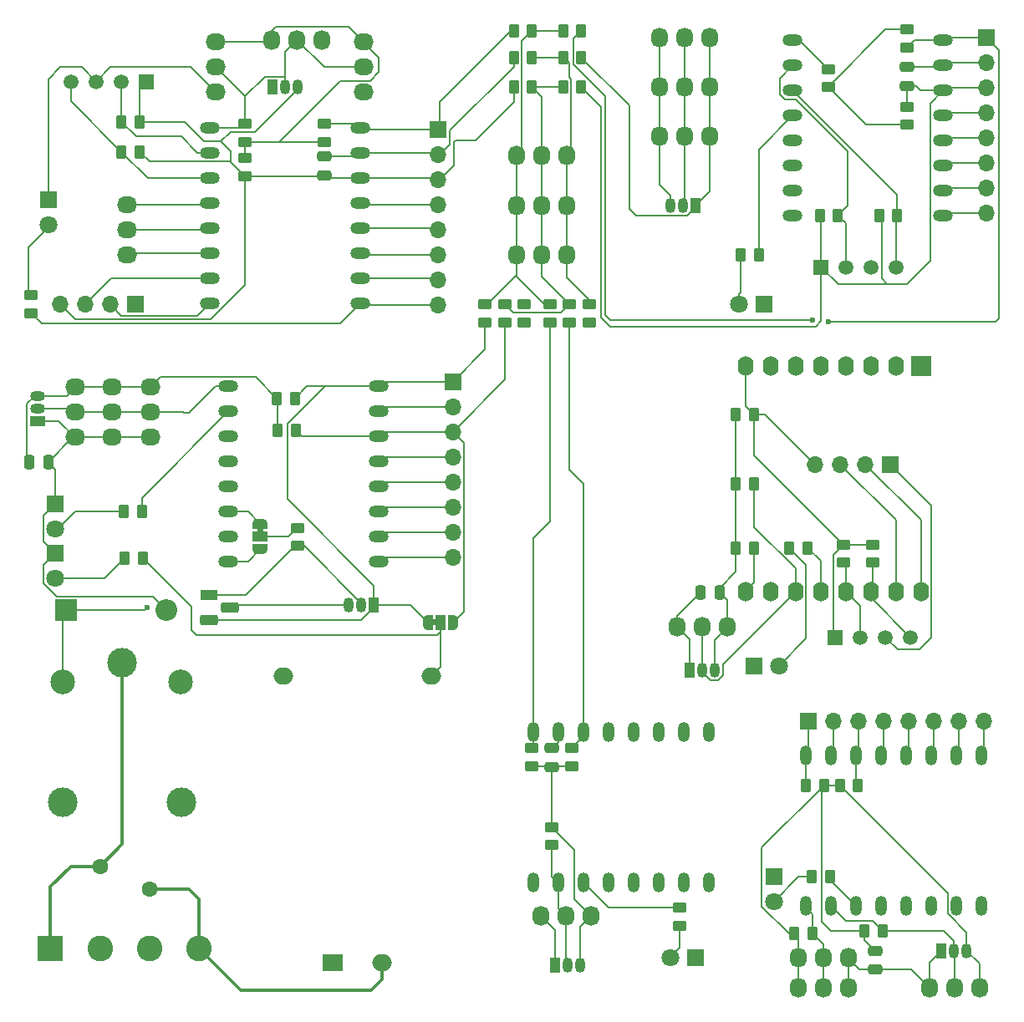
<source format=gtl>
G04 #@! TF.GenerationSoftware,KiCad,Pcbnew,8.0.6*
G04 #@! TF.CreationDate,2024-12-03T19:12:37+01:00*
G04 #@! TF.ProjectId,HomeAutomationESP32C2mini_2024,486f6d65-4175-4746-9f6d-6174696f6e45,Rev A*
G04 #@! TF.SameCoordinates,Original*
G04 #@! TF.FileFunction,Copper,L1,Top*
G04 #@! TF.FilePolarity,Positive*
%FSLAX46Y46*%
G04 Gerber Fmt 4.6, Leading zero omitted, Abs format (unit mm)*
G04 Created by KiCad (PCBNEW 8.0.6) date 2024-12-03 19:12:37*
%MOMM*%
%LPD*%
G01*
G04 APERTURE LIST*
G04 Aperture macros list*
%AMRoundRect*
0 Rectangle with rounded corners*
0 $1 Rounding radius*
0 $2 $3 $4 $5 $6 $7 $8 $9 X,Y pos of 4 corners*
0 Add a 4 corners polygon primitive as box body*
4,1,4,$2,$3,$4,$5,$6,$7,$8,$9,$2,$3,0*
0 Add four circle primitives for the rounded corners*
1,1,$1+$1,$2,$3*
1,1,$1+$1,$4,$5*
1,1,$1+$1,$6,$7*
1,1,$1+$1,$8,$9*
0 Add four rect primitives between the rounded corners*
20,1,$1+$1,$2,$3,$4,$5,0*
20,1,$1+$1,$4,$5,$6,$7,0*
20,1,$1+$1,$6,$7,$8,$9,0*
20,1,$1+$1,$8,$9,$2,$3,0*%
%AMFreePoly0*
4,1,19,0.550000,-0.750000,0.000000,-0.750000,0.000000,-0.744911,-0.071157,-0.744911,-0.207708,-0.704816,-0.327430,-0.627875,-0.420627,-0.520320,-0.479746,-0.390866,-0.500000,-0.250000,-0.500000,0.250000,-0.479746,0.390866,-0.420627,0.520320,-0.327430,0.627875,-0.207708,0.704816,-0.071157,0.744911,0.000000,0.744911,0.000000,0.750000,0.550000,0.750000,0.550000,-0.750000,0.550000,-0.750000,
$1*%
%AMFreePoly1*
4,1,19,0.000000,0.744911,0.071157,0.744911,0.207708,0.704816,0.327430,0.627875,0.420627,0.520320,0.479746,0.390866,0.500000,0.250000,0.500000,-0.250000,0.479746,-0.390866,0.420627,-0.520320,0.327430,-0.627875,0.207708,-0.704816,0.071157,-0.744911,0.000000,-0.744911,0.000000,-0.750000,-0.550000,-0.750000,-0.550000,0.750000,0.000000,0.750000,0.000000,0.744911,0.000000,0.744911,
$1*%
G04 Aperture macros list end*
G04 #@! TA.AperFunction,EtchedComponent*
%ADD10C,0.000000*%
G04 #@! TD*
G04 #@! TA.AperFunction,SMDPad,CuDef*
%ADD11RoundRect,0.250000X0.262500X0.450000X-0.262500X0.450000X-0.262500X-0.450000X0.262500X-0.450000X0*%
G04 #@! TD*
G04 #@! TA.AperFunction,SMDPad,CuDef*
%ADD12RoundRect,0.250000X-0.262500X-0.450000X0.262500X-0.450000X0.262500X0.450000X-0.262500X0.450000X0*%
G04 #@! TD*
G04 #@! TA.AperFunction,ComponentPad*
%ADD13R,1.050000X1.500000*%
G04 #@! TD*
G04 #@! TA.AperFunction,ComponentPad*
%ADD14O,1.050000X1.500000*%
G04 #@! TD*
G04 #@! TA.AperFunction,ComponentPad*
%ADD15O,1.727200X2.032000*%
G04 #@! TD*
G04 #@! TA.AperFunction,SMDPad,CuDef*
%ADD16RoundRect,0.250000X0.450000X-0.262500X0.450000X0.262500X-0.450000X0.262500X-0.450000X-0.262500X0*%
G04 #@! TD*
G04 #@! TA.AperFunction,ComponentPad*
%ADD17O,2.000000X1.200000*%
G04 #@! TD*
G04 #@! TA.AperFunction,SMDPad,CuDef*
%ADD18RoundRect,0.250000X-0.450000X0.262500X-0.450000X-0.262500X0.450000X-0.262500X0.450000X0.262500X0*%
G04 #@! TD*
G04 #@! TA.AperFunction,ComponentPad*
%ADD19R,1.700000X1.700000*%
G04 #@! TD*
G04 #@! TA.AperFunction,ComponentPad*
%ADD20O,1.700000X1.700000*%
G04 #@! TD*
G04 #@! TA.AperFunction,ComponentPad*
%ADD21O,2.032000X1.727200*%
G04 #@! TD*
G04 #@! TA.AperFunction,SMDPad,CuDef*
%ADD22FreePoly0,0.000000*%
G04 #@! TD*
G04 #@! TA.AperFunction,SMDPad,CuDef*
%ADD23R,1.000000X1.500000*%
G04 #@! TD*
G04 #@! TA.AperFunction,SMDPad,CuDef*
%ADD24FreePoly1,0.000000*%
G04 #@! TD*
G04 #@! TA.AperFunction,ComponentPad*
%ADD25R,1.500000X1.050000*%
G04 #@! TD*
G04 #@! TA.AperFunction,ComponentPad*
%ADD26O,1.500000X1.050000*%
G04 #@! TD*
G04 #@! TA.AperFunction,ComponentPad*
%ADD27R,1.800000X1.800000*%
G04 #@! TD*
G04 #@! TA.AperFunction,ComponentPad*
%ADD28C,1.800000*%
G04 #@! TD*
G04 #@! TA.AperFunction,SMDPad,CuDef*
%ADD29FreePoly0,270.000000*%
G04 #@! TD*
G04 #@! TA.AperFunction,SMDPad,CuDef*
%ADD30R,1.500000X1.000000*%
G04 #@! TD*
G04 #@! TA.AperFunction,SMDPad,CuDef*
%ADD31FreePoly1,270.000000*%
G04 #@! TD*
G04 #@! TA.AperFunction,SMDPad,CuDef*
%ADD32RoundRect,0.250000X-0.250000X-0.475000X0.250000X-0.475000X0.250000X0.475000X-0.250000X0.475000X0*%
G04 #@! TD*
G04 #@! TA.AperFunction,ComponentPad*
%ADD33R,2.600000X2.600000*%
G04 #@! TD*
G04 #@! TA.AperFunction,ComponentPad*
%ADD34C,2.600000*%
G04 #@! TD*
G04 #@! TA.AperFunction,SMDPad,CuDef*
%ADD35RoundRect,0.250000X0.250000X0.475000X-0.250000X0.475000X-0.250000X-0.475000X0.250000X-0.475000X0*%
G04 #@! TD*
G04 #@! TA.AperFunction,ComponentPad*
%ADD36R,1.800000X1.100000*%
G04 #@! TD*
G04 #@! TA.AperFunction,ComponentPad*
%ADD37RoundRect,0.275000X-0.625000X0.275000X-0.625000X-0.275000X0.625000X-0.275000X0.625000X0.275000X0*%
G04 #@! TD*
G04 #@! TA.AperFunction,ComponentPad*
%ADD38R,2.000000X2.000000*%
G04 #@! TD*
G04 #@! TA.AperFunction,ComponentPad*
%ADD39O,1.600000X2.000000*%
G04 #@! TD*
G04 #@! TA.AperFunction,ComponentPad*
%ADD40R,1.500000X1.500000*%
G04 #@! TD*
G04 #@! TA.AperFunction,ComponentPad*
%ADD41C,1.500000*%
G04 #@! TD*
G04 #@! TA.AperFunction,ComponentPad*
%ADD42O,1.200000X2.000000*%
G04 #@! TD*
G04 #@! TA.AperFunction,SMDPad,CuDef*
%ADD43RoundRect,0.250000X0.475000X-0.250000X0.475000X0.250000X-0.475000X0.250000X-0.475000X-0.250000X0*%
G04 #@! TD*
G04 #@! TA.AperFunction,ComponentPad*
%ADD44R,2.000000X1.700000*%
G04 #@! TD*
G04 #@! TA.AperFunction,ComponentPad*
%ADD45O,2.000000X1.700000*%
G04 #@! TD*
G04 #@! TA.AperFunction,ComponentPad*
%ADD46R,2.200000X2.200000*%
G04 #@! TD*
G04 #@! TA.AperFunction,ComponentPad*
%ADD47O,2.200000X2.200000*%
G04 #@! TD*
G04 #@! TA.AperFunction,SMDPad,CuDef*
%ADD48RoundRect,0.250000X-0.475000X0.250000X-0.475000X-0.250000X0.475000X-0.250000X0.475000X0.250000X0*%
G04 #@! TD*
G04 #@! TA.AperFunction,ComponentPad*
%ADD49C,2.500000*%
G04 #@! TD*
G04 #@! TA.AperFunction,ComponentPad*
%ADD50C,3.000000*%
G04 #@! TD*
G04 #@! TA.AperFunction,ComponentPad*
%ADD51C,1.600000*%
G04 #@! TD*
G04 #@! TA.AperFunction,ViaPad*
%ADD52C,0.600000*%
G04 #@! TD*
G04 #@! TA.AperFunction,Conductor*
%ADD53C,0.200000*%
G04 #@! TD*
G04 #@! TA.AperFunction,Conductor*
%ADD54C,0.300000*%
G04 #@! TD*
G04 APERTURE END LIST*
D10*
G04 #@! TA.AperFunction,EtchedComponent*
G36*
X92350000Y-111550000D02*
G01*
X91850000Y-111550000D01*
X91850000Y-110950000D01*
X92350000Y-110950000D01*
X92350000Y-111550000D01*
G37*
G04 #@! TD.AperFunction*
G04 #@! TA.AperFunction,EtchedComponent*
G36*
X74800000Y-102150000D02*
G01*
X74200000Y-102150000D01*
X74200000Y-101650000D01*
X74800000Y-101650000D01*
X74800000Y-102150000D01*
G37*
G04 #@! TD.AperFunction*
D11*
X62270000Y-63555000D03*
X60445000Y-63555000D03*
D12*
X131175000Y-70000000D03*
X133000000Y-70000000D03*
D13*
X118540000Y-69000000D03*
D14*
X117270000Y-69000000D03*
X116000000Y-69000000D03*
D12*
X100175000Y-54000000D03*
X102000000Y-54000000D03*
D11*
X107000000Y-51300000D03*
X105175000Y-51300000D03*
D15*
X116730000Y-111695000D03*
X119270000Y-111695000D03*
X121810000Y-111695000D03*
X102920000Y-141000000D03*
X105460000Y-141000000D03*
X108000000Y-141000000D03*
D16*
X51300000Y-79912500D03*
X51300000Y-78087500D03*
X104000000Y-133825000D03*
X104000000Y-132000000D03*
D17*
X69380000Y-61110000D03*
X69380000Y-63650000D03*
X69380000Y-66190000D03*
X69380000Y-68730000D03*
X69380000Y-71270000D03*
X69380000Y-73810000D03*
X69380000Y-76350000D03*
X69380000Y-78890000D03*
X84620000Y-78890000D03*
X84620000Y-76350000D03*
X84620000Y-73810000D03*
X84620000Y-71270000D03*
X84620000Y-68730000D03*
X84620000Y-66190000D03*
X84620000Y-63650000D03*
X84620000Y-61110000D03*
D18*
X136500000Y-103370000D03*
X136500000Y-105195000D03*
D17*
X128432500Y-52285000D03*
X128432500Y-54825000D03*
X128432500Y-57365000D03*
X128432500Y-59905000D03*
X128432500Y-62445000D03*
X128432500Y-64985000D03*
X128432500Y-67525000D03*
X128432500Y-70065000D03*
X143672500Y-70065000D03*
X143672500Y-67525000D03*
X143672500Y-64985000D03*
X143672500Y-62445000D03*
X143672500Y-59905000D03*
X143672500Y-57365000D03*
X143672500Y-54825000D03*
X143672500Y-52285000D03*
D19*
X148000000Y-52000000D03*
D20*
X148000000Y-54540000D03*
X148000000Y-57080000D03*
X148000000Y-59620000D03*
X148000000Y-62160000D03*
X148000000Y-64700000D03*
X148000000Y-67240000D03*
X148000000Y-69780000D03*
D21*
X85000000Y-52460000D03*
X85000000Y-55000000D03*
X85000000Y-57540000D03*
D22*
X91450000Y-111250000D03*
D23*
X92750000Y-111250000D03*
D24*
X94050000Y-111250000D03*
D17*
X71260000Y-87310000D03*
X71260000Y-89850000D03*
X71260000Y-92390000D03*
X71260000Y-94930000D03*
X71260000Y-97470000D03*
X71260000Y-100010000D03*
X71260000Y-102550000D03*
X71260000Y-105090000D03*
X86500000Y-105090000D03*
X86500000Y-102550000D03*
X86500000Y-100010000D03*
X86500000Y-97470000D03*
X86500000Y-94930000D03*
X86500000Y-92390000D03*
X86500000Y-89850000D03*
X86500000Y-87310000D03*
D12*
X100175000Y-57000000D03*
X102000000Y-57000000D03*
D16*
X97250000Y-80825000D03*
X97250000Y-79000000D03*
D25*
X51930000Y-90820000D03*
D26*
X51930000Y-89550000D03*
X51930000Y-88280000D03*
D11*
X62270000Y-60555000D03*
X60445000Y-60555000D03*
D16*
X101250000Y-80825000D03*
X101250000Y-79000000D03*
D12*
X133185000Y-127750000D03*
X135010000Y-127750000D03*
D27*
X125540000Y-79000000D03*
D28*
X123000000Y-79000000D03*
D21*
X61000000Y-74000000D03*
X61000000Y-71460000D03*
X61000000Y-68920000D03*
D15*
X75670000Y-52250000D03*
X78210000Y-52250000D03*
X80750000Y-52250000D03*
D27*
X53750000Y-99210000D03*
D28*
X53750000Y-101750000D03*
D27*
X126500000Y-136975000D03*
D28*
X126500000Y-139515000D03*
D21*
X59500000Y-87410000D03*
X59500000Y-89950000D03*
X59500000Y-92490000D03*
D15*
X114920000Y-62000000D03*
X117460000Y-62000000D03*
X120000000Y-62000000D03*
D11*
X62575000Y-104750000D03*
X60750000Y-104750000D03*
D21*
X70000000Y-52460000D03*
X70000000Y-55000000D03*
X70000000Y-57540000D03*
D12*
X76250000Y-91800000D03*
X78075000Y-91800000D03*
D11*
X107000000Y-57000000D03*
X105175000Y-57000000D03*
D19*
X130030000Y-121250000D03*
D20*
X132570000Y-121250000D03*
X135110000Y-121250000D03*
X137650000Y-121250000D03*
X140190000Y-121250000D03*
X142730000Y-121250000D03*
X145270000Y-121250000D03*
X147810000Y-121250000D03*
D18*
X140000000Y-51175000D03*
X140000000Y-53000000D03*
D29*
X74500000Y-101250000D03*
D30*
X74500000Y-102550000D03*
D31*
X74500000Y-103850000D03*
D16*
X99300000Y-80825000D03*
X99300000Y-79000000D03*
D27*
X53000000Y-68460000D03*
D28*
X53000000Y-71000000D03*
D18*
X133550000Y-103370000D03*
X133550000Y-105195000D03*
D19*
X92500000Y-61315000D03*
D20*
X92500000Y-63855000D03*
X92500000Y-66395000D03*
X92500000Y-68935000D03*
X92500000Y-71475000D03*
X92500000Y-74015000D03*
X92500000Y-76555000D03*
X92500000Y-79095000D03*
D32*
X51100000Y-95000000D03*
X53000000Y-95000000D03*
D21*
X63370000Y-87410000D03*
X63370000Y-89950000D03*
X63370000Y-92490000D03*
D33*
X53250000Y-144250000D03*
D34*
X58250000Y-144250000D03*
X63250000Y-144250000D03*
X68250000Y-144250000D03*
D35*
X121000000Y-108195000D03*
X119100000Y-108195000D03*
D16*
X80945000Y-62555000D03*
X80945000Y-60730000D03*
D36*
X69330000Y-108460000D03*
D37*
X71400000Y-109730000D03*
X69330000Y-111000000D03*
D21*
X55750000Y-87410000D03*
X55750000Y-89950000D03*
X55750000Y-92490000D03*
D19*
X61810000Y-79000000D03*
D20*
X59270000Y-79000000D03*
X56730000Y-79000000D03*
X54190000Y-79000000D03*
D38*
X141390000Y-85250000D03*
D39*
X138850000Y-85250000D03*
X136310000Y-85250000D03*
X133770000Y-85250000D03*
X131230000Y-85250000D03*
X128690000Y-85250000D03*
X126150000Y-85250000D03*
X123610000Y-85250000D03*
X123610000Y-108110000D03*
X126150000Y-108110000D03*
X128690000Y-108110000D03*
X131230000Y-108110000D03*
X133770000Y-108110000D03*
X136310000Y-108110000D03*
X138850000Y-108110000D03*
X141390000Y-108110000D03*
D40*
X132690000Y-112750000D03*
D41*
X135230000Y-112750000D03*
X137770000Y-112750000D03*
X140310000Y-112750000D03*
D42*
X129760000Y-139990000D03*
X132300000Y-139990000D03*
X134840000Y-139990000D03*
X137380000Y-139990000D03*
X139920000Y-139990000D03*
X142460000Y-139990000D03*
X145000000Y-139990000D03*
X147540000Y-139990000D03*
X147540000Y-124750000D03*
X145000000Y-124750000D03*
X142460000Y-124750000D03*
X139920000Y-124750000D03*
X137380000Y-124750000D03*
X134840000Y-124750000D03*
X132300000Y-124750000D03*
X129760000Y-124750000D03*
D12*
X76175000Y-88550000D03*
X78000000Y-88550000D03*
D43*
X80945000Y-65955000D03*
X80945000Y-64055000D03*
D19*
X138290000Y-95250000D03*
D20*
X135750000Y-95250000D03*
X133210000Y-95250000D03*
X130670000Y-95250000D03*
D13*
X117960000Y-116055000D03*
D14*
X119230000Y-116055000D03*
X120500000Y-116055000D03*
D13*
X75730000Y-57000000D03*
D14*
X77000000Y-57000000D03*
X78270000Y-57000000D03*
D16*
X140000000Y-60825000D03*
X140000000Y-59000000D03*
D15*
X105540000Y-69000000D03*
X103000000Y-69000000D03*
X100460000Y-69000000D03*
X105540000Y-63950000D03*
X103000000Y-63950000D03*
X100460000Y-63950000D03*
X128965000Y-148225000D03*
X131505000Y-148225000D03*
X134045000Y-148225000D03*
D16*
X102000000Y-125825000D03*
X102000000Y-124000000D03*
D15*
X128960000Y-145250000D03*
X131500000Y-145250000D03*
X134040000Y-145250000D03*
D16*
X105750000Y-80825000D03*
X105750000Y-79000000D03*
X132000000Y-57000000D03*
X132000000Y-55175000D03*
X72945000Y-62555000D03*
X72945000Y-60730000D03*
D44*
X81792500Y-145747500D03*
D45*
X86792500Y-145747500D03*
X76792500Y-116667500D03*
X91792500Y-116667500D03*
D19*
X94000000Y-86850000D03*
D20*
X94000000Y-89390000D03*
X94000000Y-91930000D03*
X94000000Y-94470000D03*
X94000000Y-97010000D03*
X94000000Y-99550000D03*
X94000000Y-102090000D03*
X94000000Y-104630000D03*
D16*
X107800000Y-80825000D03*
X107800000Y-79000000D03*
D27*
X118540000Y-145175000D03*
D28*
X116000000Y-145175000D03*
D27*
X53750000Y-104210000D03*
D28*
X53750000Y-106750000D03*
D43*
X140000000Y-56900000D03*
X140000000Y-55000000D03*
D12*
X122675000Y-90195000D03*
X124500000Y-90195000D03*
D27*
X124460000Y-115695000D03*
D28*
X127000000Y-115695000D03*
D15*
X114920000Y-52000000D03*
X117460000Y-52000000D03*
X120000000Y-52000000D03*
D46*
X54840000Y-110000000D03*
D47*
X65000000Y-110000000D03*
D11*
X132162500Y-137000000D03*
X130337500Y-137000000D03*
D48*
X136750000Y-144500000D03*
X136750000Y-146400000D03*
D40*
X62945000Y-56455000D03*
D41*
X60405000Y-56455000D03*
X57865000Y-56455000D03*
X55325000Y-56455000D03*
D11*
X131585000Y-127750000D03*
X129760000Y-127750000D03*
D18*
X78250000Y-101675000D03*
X78250000Y-103500000D03*
D11*
X107000000Y-54000000D03*
X105175000Y-54000000D03*
D12*
X137175000Y-70000000D03*
X139000000Y-70000000D03*
D11*
X62500000Y-100000000D03*
X60675000Y-100000000D03*
D13*
X104380000Y-146000000D03*
D14*
X105650000Y-146000000D03*
X106920000Y-146000000D03*
D12*
X100175000Y-51300000D03*
X102000000Y-51300000D03*
D49*
X66450000Y-117250000D03*
D50*
X66500000Y-129500000D03*
X54450000Y-129450000D03*
D49*
X54450000Y-117250000D03*
D50*
X60500000Y-115300000D03*
D15*
X114920000Y-57000000D03*
X117460000Y-57000000D03*
X120000000Y-57000000D03*
D40*
X131287500Y-75250000D03*
D41*
X133827500Y-75250000D03*
X136367500Y-75250000D03*
X138907500Y-75250000D03*
D11*
X125000000Y-74000000D03*
X123175000Y-74000000D03*
X129912500Y-103695000D03*
X128087500Y-103695000D03*
D18*
X117000000Y-140175000D03*
X117000000Y-142000000D03*
D15*
X105540000Y-74000000D03*
X103000000Y-74000000D03*
X100460000Y-74000000D03*
D51*
X58250000Y-135950000D03*
X63250000Y-138250000D03*
D15*
X142250000Y-148250000D03*
X144790000Y-148250000D03*
X147330000Y-148250000D03*
D12*
X122675000Y-103695000D03*
X124500000Y-103695000D03*
D43*
X104000000Y-125900000D03*
X104000000Y-124000000D03*
D11*
X137500000Y-142500000D03*
X135675000Y-142500000D03*
D13*
X86000000Y-109500000D03*
D14*
X84730000Y-109500000D03*
X83460000Y-109500000D03*
D13*
X143500000Y-144500000D03*
D14*
X144770000Y-144500000D03*
X146040000Y-144500000D03*
D18*
X72945000Y-64230000D03*
X72945000Y-66055000D03*
D16*
X106000000Y-125825000D03*
X106000000Y-124000000D03*
D11*
X124500000Y-97195000D03*
X122675000Y-97195000D03*
D16*
X103800000Y-80825000D03*
X103800000Y-79000000D03*
D12*
X128587500Y-142750000D03*
X130412500Y-142750000D03*
D42*
X102110000Y-137620000D03*
X104650000Y-137620000D03*
X107190000Y-137620000D03*
X109730000Y-137620000D03*
X112270000Y-137620000D03*
X114810000Y-137620000D03*
X117350000Y-137620000D03*
X119890000Y-137620000D03*
X119890000Y-122380000D03*
X117350000Y-122380000D03*
X114810000Y-122380000D03*
X112270000Y-122380000D03*
X109730000Y-122380000D03*
X107190000Y-122380000D03*
X104650000Y-122380000D03*
X102110000Y-122380000D03*
D52*
X101250000Y-79000000D03*
X101250000Y-80825000D03*
X130450735Y-80650000D03*
X132000000Y-80750000D03*
X107800000Y-80825000D03*
X132000000Y-57000000D03*
X63000000Y-109750000D03*
D53*
X50880000Y-89105000D02*
X51705000Y-88280000D01*
X51705000Y-88280000D02*
X51930000Y-88280000D01*
X50880000Y-94780000D02*
X50880000Y-89105000D01*
X51100000Y-95000000D02*
X50880000Y-94780000D01*
X51000000Y-77787500D02*
X51300000Y-78087500D01*
X51000000Y-73250000D02*
X51000000Y-77787500D01*
X53000000Y-71250000D02*
X51000000Y-73250000D01*
X51300000Y-79912500D02*
X52337500Y-80950000D01*
X52337500Y-80950000D02*
X82560000Y-80950000D01*
X82560000Y-80950000D02*
X84620000Y-78890000D01*
X53000000Y-71000000D02*
X53000000Y-71250000D01*
X100987500Y-52312500D02*
X102000000Y-51300000D01*
X100987500Y-63422500D02*
X100987500Y-52312500D01*
X100460000Y-63950000D02*
X100987500Y-63422500D01*
X84890000Y-61110000D02*
X84620000Y-61110000D01*
X102000000Y-51300000D02*
X105175000Y-51300000D01*
X92695000Y-61315000D02*
X85095000Y-61315000D01*
X85095000Y-61315000D02*
X84890000Y-61110000D01*
X92695000Y-58480000D02*
X92695000Y-61315000D01*
X99875000Y-51300000D02*
X92695000Y-58480000D01*
X100175000Y-51300000D02*
X99875000Y-51300000D01*
X106187500Y-54687500D02*
X109400000Y-57900000D01*
X106187500Y-52112500D02*
X106187500Y-54687500D01*
X109400000Y-57900000D02*
X109400000Y-80100000D01*
X109950000Y-80650000D02*
X130450735Y-80650000D01*
X107000000Y-51300000D02*
X106187500Y-52112500D01*
X109400000Y-80100000D02*
X109950000Y-80650000D01*
X92190000Y-66190000D02*
X84620000Y-66190000D01*
X92395000Y-66395000D02*
X92190000Y-66190000D01*
X94100000Y-62600000D02*
X94100000Y-64990000D01*
X94300000Y-62400000D02*
X94100000Y-62600000D01*
X94100000Y-64990000D02*
X92695000Y-66395000D01*
X92695000Y-66395000D02*
X92395000Y-66395000D01*
X96300000Y-62400000D02*
X94300000Y-62400000D01*
X100175000Y-58525000D02*
X96300000Y-62400000D01*
X100175000Y-57000000D02*
X100175000Y-58525000D01*
X92145000Y-63855000D02*
X91940000Y-63650000D01*
X92695000Y-63855000D02*
X92145000Y-63855000D01*
X93700000Y-61400000D02*
X93700000Y-62850000D01*
X100175000Y-54925000D02*
X93700000Y-61400000D01*
X93700000Y-62850000D02*
X92695000Y-63855000D01*
X91940000Y-63650000D02*
X84620000Y-63650000D01*
X100175000Y-54000000D02*
X100175000Y-54925000D01*
X77000000Y-57000000D02*
X77000000Y-53460000D01*
X77000000Y-53460000D02*
X78210000Y-52250000D01*
X80960000Y-55000000D02*
X78210000Y-52250000D01*
X85000000Y-55000000D02*
X80960000Y-55000000D01*
X131350000Y-141600000D02*
X131350000Y-127985000D01*
X131350000Y-127985000D02*
X131585000Y-127750000D01*
X132250000Y-142500000D02*
X131350000Y-141600000D01*
X135675000Y-142500000D02*
X132250000Y-142500000D01*
X129015000Y-137000000D02*
X130337500Y-137000000D01*
X132162500Y-137312500D02*
X132162500Y-137000000D01*
X126500000Y-139515000D02*
X129015000Y-137000000D01*
X134840000Y-139990000D02*
X132162500Y-137312500D01*
X130412500Y-140837500D02*
X130412500Y-142750000D01*
X129760000Y-140185000D02*
X130412500Y-140837500D01*
X129760000Y-139990000D02*
X129760000Y-140185000D01*
X131500000Y-143837500D02*
X131500000Y-145250000D01*
X130412500Y-142750000D02*
X131500000Y-143837500D01*
X128587500Y-142750000D02*
X128960000Y-143122500D01*
X125300000Y-140012057D02*
X128037943Y-142750000D01*
X128960000Y-143122500D02*
X128960000Y-145250000D01*
X125300000Y-134035000D02*
X125300000Y-140012057D01*
X128037943Y-142750000D02*
X128587500Y-142750000D01*
X131585000Y-127750000D02*
X125300000Y-134035000D01*
X57865000Y-56455000D02*
X59320000Y-55000000D01*
X53000000Y-68460000D02*
X53000000Y-56250000D01*
X84215000Y-64055000D02*
X84620000Y-63650000D01*
X54250000Y-55000000D02*
X56410000Y-55000000D01*
X53000000Y-56250000D02*
X54250000Y-55000000D01*
X56410000Y-55000000D02*
X57865000Y-56455000D01*
X67460000Y-55000000D02*
X70000000Y-57540000D01*
X59320000Y-55000000D02*
X67460000Y-55000000D01*
X80945000Y-64055000D02*
X84215000Y-64055000D01*
X71457500Y-61542500D02*
X70500000Y-62500000D01*
X55740000Y-80550000D02*
X69450000Y-80550000D01*
X78270000Y-57225000D02*
X73952500Y-61542500D01*
X66850686Y-60555000D02*
X68795686Y-62500000D01*
X72945000Y-66055000D02*
X80845000Y-66055000D01*
X71500000Y-64610000D02*
X72945000Y-66055000D01*
X62270000Y-57130000D02*
X62945000Y-56455000D01*
X73952500Y-61542500D02*
X71457500Y-61542500D01*
X68795686Y-62500000D02*
X70500000Y-62500000D01*
X63265000Y-64550000D02*
X62270000Y-63555000D01*
X80845000Y-66055000D02*
X80945000Y-65955000D01*
X72945000Y-77055000D02*
X72945000Y-66055000D01*
X62270000Y-60555000D02*
X66850686Y-60555000D01*
X62270000Y-60555000D02*
X62270000Y-57130000D01*
X69450000Y-80550000D02*
X72945000Y-77055000D01*
X71440000Y-64550000D02*
X63265000Y-64550000D01*
X78270000Y-57000000D02*
X78270000Y-57225000D01*
X54190000Y-79000000D02*
X55740000Y-80550000D01*
X72945000Y-66055000D02*
X71440000Y-64550000D01*
X70500000Y-62500000D02*
X71500000Y-63500000D01*
X81180000Y-66190000D02*
X80945000Y-65955000D01*
X71500000Y-63500000D02*
X71500000Y-64610000D01*
X84620000Y-66190000D02*
X81180000Y-66190000D01*
X92490000Y-76350000D02*
X92695000Y-76555000D01*
X84620000Y-76350000D02*
X92490000Y-76350000D01*
X84825000Y-68935000D02*
X84620000Y-68730000D01*
X92695000Y-68935000D02*
X84825000Y-68935000D01*
X84240000Y-60730000D02*
X84620000Y-61110000D01*
X80945000Y-60730000D02*
X84240000Y-60730000D01*
X92490000Y-71270000D02*
X92695000Y-71475000D01*
X84620000Y-71270000D02*
X92490000Y-71270000D01*
X84825000Y-79095000D02*
X84620000Y-78890000D01*
X92695000Y-79095000D02*
X84825000Y-79095000D01*
X84825000Y-74015000D02*
X84620000Y-73810000D01*
X92695000Y-74015000D02*
X84825000Y-74015000D01*
X100460000Y-76210000D02*
X100460000Y-75790000D01*
X100460000Y-69000000D02*
X100460000Y-74000000D01*
X103800000Y-79000000D02*
X103250000Y-79000000D01*
X100460000Y-74000000D02*
X100460000Y-75790000D01*
X103250000Y-79000000D02*
X100460000Y-76210000D01*
X100460000Y-75790000D02*
X100460000Y-76040000D01*
X100460000Y-76040000D02*
X97500000Y-79000000D01*
X100950000Y-63950000D02*
X101000000Y-64000000D01*
X100460000Y-63950000D02*
X100950000Y-63950000D01*
X97500000Y-79000000D02*
X97250000Y-79000000D01*
X100460000Y-68000000D02*
X100460000Y-63950000D01*
X103000000Y-68000000D02*
X103000000Y-63950000D01*
X103000000Y-63950000D02*
X103000000Y-58000000D01*
X99300000Y-79000000D02*
X100112500Y-79812500D01*
X105750000Y-79000000D02*
X103000000Y-76250000D01*
X103000000Y-76250000D02*
X103000000Y-74000000D01*
X100112500Y-79812500D02*
X104937500Y-79812500D01*
X104937500Y-79812500D02*
X105750000Y-79000000D01*
X103000000Y-58000000D02*
X102000000Y-57000000D01*
X103000000Y-69000000D02*
X103000000Y-74000000D01*
X102000000Y-57000000D02*
X105175000Y-57000000D01*
X102000000Y-54000000D02*
X105175000Y-54000000D01*
X105540000Y-69000000D02*
X105540000Y-74000000D01*
X107800000Y-79000000D02*
X107800000Y-78550000D01*
X105540000Y-76290000D02*
X105540000Y-74000000D01*
X105987500Y-63502500D02*
X105987500Y-56237500D01*
X105750000Y-56000000D02*
X105750000Y-54575000D01*
X105540000Y-63950000D02*
X105987500Y-63502500D01*
X107800000Y-78550000D02*
X105540000Y-76290000D01*
X105987500Y-56237500D02*
X105750000Y-56000000D01*
X105750000Y-54575000D02*
X105175000Y-54000000D01*
X105540000Y-68000000D02*
X105540000Y-63950000D01*
X66510000Y-62010000D02*
X68150000Y-63650000D01*
X60405000Y-56455000D02*
X60405000Y-60515000D01*
X60445000Y-60555000D02*
X61900000Y-62010000D01*
X68150000Y-63650000D02*
X69380000Y-63650000D01*
X61900000Y-62010000D02*
X66510000Y-62010000D01*
X60405000Y-60515000D02*
X60445000Y-60555000D01*
X55325000Y-56455000D02*
X55325000Y-58435000D01*
X55325000Y-58435000D02*
X60445000Y-63555000D01*
X63080000Y-66190000D02*
X60445000Y-63555000D01*
X69380000Y-66190000D02*
X63080000Y-66190000D01*
X76445000Y-62555000D02*
X72945000Y-62555000D01*
X85000000Y-52460000D02*
X85000000Y-52500000D01*
X82623600Y-56376400D02*
X76445000Y-62555000D01*
X75670000Y-51330000D02*
X76066000Y-50934000D01*
X80945000Y-62555000D02*
X72945000Y-62555000D01*
X83474000Y-50934000D02*
X85000000Y-52460000D01*
X86500000Y-55500000D02*
X85623600Y-56376400D01*
X75670000Y-52250000D02*
X75670000Y-51330000D01*
X86500000Y-54000000D02*
X86500000Y-55500000D01*
X85000000Y-52500000D02*
X86500000Y-54000000D01*
X70000000Y-52460000D02*
X75000000Y-52460000D01*
X72945000Y-62555000D02*
X72945000Y-64230000D01*
X75000000Y-52460000D02*
X75460000Y-52000000D01*
X76066000Y-50934000D02*
X83474000Y-50934000D01*
X85623600Y-56376400D02*
X82623600Y-56376400D01*
X72945000Y-57945000D02*
X74940000Y-55950000D01*
X74940000Y-55950000D02*
X76900000Y-55950000D01*
X78000000Y-53000000D02*
X78000000Y-52000000D01*
X70000000Y-55000000D02*
X72945000Y-57945000D01*
X72945000Y-57945000D02*
X72945000Y-60730000D01*
X69380000Y-61110000D02*
X72565000Y-61110000D01*
X76900000Y-55950000D02*
X77000000Y-56050000D01*
X77000000Y-56050000D02*
X77000000Y-57000000D01*
X78000000Y-52890000D02*
X78000000Y-52000000D01*
X72565000Y-61110000D02*
X72945000Y-60730000D01*
X61500000Y-74000000D02*
X61690000Y-73810000D01*
X61690000Y-73810000D02*
X69380000Y-73810000D01*
X61000000Y-74000000D02*
X61500000Y-74000000D01*
X61000000Y-68920000D02*
X69190000Y-68920000D01*
X69190000Y-68920000D02*
X69380000Y-68730000D01*
X69190000Y-71460000D02*
X69380000Y-71270000D01*
X61000000Y-71460000D02*
X69190000Y-71460000D01*
X69380000Y-76350000D02*
X59380000Y-76350000D01*
X59380000Y-76350000D02*
X56730000Y-79000000D01*
X68120000Y-80150000D02*
X60420000Y-80150000D01*
X60420000Y-80150000D02*
X59270000Y-79000000D01*
X69380000Y-78890000D02*
X68120000Y-80150000D01*
X107000000Y-54000000D02*
X111850000Y-58850000D01*
X111850000Y-69350000D02*
X112550000Y-70050000D01*
X120000000Y-52000000D02*
X120000000Y-62000000D01*
X148000000Y-54540000D02*
X143957500Y-54540000D01*
X140000000Y-55000000D02*
X143497500Y-55000000D01*
X143497500Y-55000000D02*
X143672500Y-54825000D01*
X120000000Y-62000000D02*
X120000000Y-67540000D01*
X143957500Y-54540000D02*
X143672500Y-54825000D01*
X111850000Y-58850000D02*
X111850000Y-69350000D01*
X120000000Y-67540000D02*
X118540000Y-69000000D01*
X118540000Y-69225000D02*
X118540000Y-69000000D01*
X112550000Y-70050000D02*
X117715000Y-70050000D01*
X117715000Y-70050000D02*
X118540000Y-69225000D01*
X109000000Y-80348528D02*
X109901472Y-81250000D01*
X107000000Y-57000000D02*
X109000000Y-59000000D01*
X142372500Y-58665000D02*
X142372500Y-74627500D01*
X109000000Y-59000000D02*
X109000000Y-80348528D01*
X138671212Y-76971212D02*
X138642424Y-77000000D01*
X130750000Y-81250000D02*
X131287500Y-80712500D01*
X143672500Y-57365000D02*
X142372500Y-58665000D01*
X133037500Y-77000000D02*
X131287500Y-75250000D01*
X142372500Y-74627500D02*
X140028788Y-76971212D01*
X148000000Y-57080000D02*
X143957500Y-57080000D01*
X138642424Y-77000000D02*
X133037500Y-77000000D01*
X109901472Y-81250000D02*
X130750000Y-81250000D01*
X143957500Y-57080000D02*
X143672500Y-57365000D01*
X131287500Y-75250000D02*
X131287500Y-70112500D01*
X140900000Y-56900000D02*
X141365000Y-57365000D01*
X138642424Y-77000000D02*
X138000000Y-77000000D01*
X137417500Y-76417500D02*
X137417500Y-70242500D01*
X131287500Y-80712500D02*
X131287500Y-75250000D01*
X140000000Y-56900000D02*
X140900000Y-56900000D01*
X138000000Y-77000000D02*
X137417500Y-76417500D01*
X140000000Y-56900000D02*
X140000000Y-59000000D01*
X140028788Y-76971212D02*
X138671212Y-76971212D01*
X137417500Y-70242500D02*
X137175000Y-70000000D01*
X131287500Y-70112500D02*
X131175000Y-70000000D01*
X141365000Y-57365000D02*
X143672500Y-57365000D01*
X51930000Y-90820000D02*
X54080000Y-90820000D01*
X53750000Y-104210000D02*
X52550000Y-105410000D01*
X52550000Y-107247057D02*
X53902943Y-108600000D01*
X55750000Y-92490000D02*
X55510000Y-92490000D01*
X63600000Y-108600000D02*
X65000000Y-110000000D01*
X54080000Y-90820000D02*
X55750000Y-92490000D01*
X53750000Y-99210000D02*
X52550000Y-100410000D01*
X55750000Y-92490000D02*
X63370000Y-92490000D01*
X86960000Y-89390000D02*
X86500000Y-89850000D01*
X94000000Y-89390000D02*
X86960000Y-89390000D01*
X53750000Y-99210000D02*
X53750000Y-95750000D01*
X52550000Y-105410000D02*
X52550000Y-107247057D01*
X55510000Y-92490000D02*
X53000000Y-95000000D01*
X53902943Y-108600000D02*
X63600000Y-108600000D01*
X52550000Y-103010000D02*
X53750000Y-104210000D01*
X52550000Y-100410000D02*
X52550000Y-103010000D01*
X53750000Y-95750000D02*
X53000000Y-95000000D01*
X74035000Y-86410000D02*
X64370000Y-86410000D01*
X76250000Y-88625000D02*
X76175000Y-88550000D01*
X55750000Y-87410000D02*
X63370000Y-87410000D01*
X76250000Y-91800000D02*
X76250000Y-88625000D01*
X76175000Y-88550000D02*
X74035000Y-86410000D01*
X51930000Y-88280000D02*
X54880000Y-88280000D01*
X54880000Y-88280000D02*
X55750000Y-87410000D01*
X64370000Y-86410000D02*
X63370000Y-87410000D01*
X67500000Y-109675000D02*
X67500000Y-112000000D01*
X62575000Y-104750000D02*
X67500000Y-109675000D01*
X92750000Y-115710000D02*
X92750000Y-111250000D01*
X92750000Y-112200000D02*
X92750000Y-111250000D01*
X91792500Y-116667500D02*
X92750000Y-115710000D01*
X92450000Y-112500000D02*
X92750000Y-112200000D01*
X68000000Y-112500000D02*
X92450000Y-112500000D01*
X67500000Y-112000000D02*
X68000000Y-112500000D01*
X146040000Y-144500000D02*
X146040000Y-142702792D01*
X144100000Y-138665000D02*
X133185000Y-127750000D01*
X136750000Y-144500000D02*
X135675000Y-143425000D01*
X144100000Y-140762792D02*
X144100000Y-138665000D01*
X147330000Y-148250000D02*
X147330000Y-145790000D01*
X128965000Y-145255000D02*
X128960000Y-145250000D01*
X147330000Y-145790000D02*
X146040000Y-144500000D01*
X135675000Y-143425000D02*
X135675000Y-142500000D01*
X146040000Y-142702792D02*
X144100000Y-140762792D01*
X133185000Y-127750000D02*
X131585000Y-127750000D01*
X128965000Y-148225000D02*
X128965000Y-145255000D01*
X140715000Y-52285000D02*
X140000000Y-53000000D01*
X149300000Y-53300000D02*
X148000000Y-52000000D01*
X143672500Y-52285000D02*
X140715000Y-52285000D01*
X132000000Y-80750000D02*
X149000000Y-80750000D01*
X149000000Y-80750000D02*
X149300000Y-80450000D01*
X149300000Y-80450000D02*
X149300000Y-53300000D01*
X143957500Y-52000000D02*
X143672500Y-52285000D01*
X148000000Y-52000000D02*
X143957500Y-52000000D01*
X104650000Y-123350000D02*
X104000000Y-124000000D01*
X104650000Y-122380000D02*
X104650000Y-123350000D01*
X104380000Y-142460000D02*
X102920000Y-141000000D01*
X104380000Y-146000000D02*
X104380000Y-142460000D01*
X123000000Y-78000000D02*
X123175000Y-77825000D01*
X123000000Y-79000000D02*
X123000000Y-78000000D01*
X123175000Y-77825000D02*
X123175000Y-74000000D01*
X133827500Y-70827500D02*
X133000000Y-70000000D01*
X127659708Y-58265000D02*
X127132500Y-57737792D01*
X128766814Y-58265000D02*
X127659708Y-58265000D01*
X134000000Y-69000000D02*
X134000000Y-63498186D01*
X127132500Y-56125000D02*
X128432500Y-54825000D01*
X134000000Y-63498186D02*
X128766814Y-58265000D01*
X133000000Y-70000000D02*
X134000000Y-69000000D01*
X133827500Y-75250000D02*
X133827500Y-70827500D01*
X127132500Y-57737792D02*
X127132500Y-56125000D01*
X55750000Y-100000000D02*
X60675000Y-100000000D01*
X54000000Y-101750000D02*
X55750000Y-100000000D01*
X53750000Y-101750000D02*
X54000000Y-101750000D01*
X58750000Y-106750000D02*
X60750000Y-104750000D01*
X53750000Y-106750000D02*
X58750000Y-106750000D01*
D54*
X58250000Y-135950000D02*
X60500000Y-133700000D01*
X53250000Y-138000000D02*
X55300000Y-135950000D01*
X53250000Y-144250000D02*
X53250000Y-138000000D01*
X55300000Y-135950000D02*
X58250000Y-135950000D01*
X60500000Y-133700000D02*
X60500000Y-115300000D01*
D53*
X114920000Y-62000000D02*
X114920000Y-57000000D01*
X114920000Y-57000000D02*
X114920000Y-52000000D01*
X140000000Y-60825000D02*
X135825000Y-60825000D01*
X116000000Y-68000000D02*
X114920000Y-66920000D01*
X114920000Y-66920000D02*
X114920000Y-62000000D01*
X116000000Y-69000000D02*
X116000000Y-68000000D01*
X135825000Y-60825000D02*
X132000000Y-57000000D01*
X140000000Y-51175000D02*
X137825000Y-51175000D01*
X137825000Y-51175000D02*
X132000000Y-57000000D01*
X132000000Y-55175000D02*
X129110000Y-52285000D01*
X129110000Y-52285000D02*
X128432500Y-52285000D01*
X117460000Y-52000000D02*
X117460000Y-68810000D01*
X117460000Y-68810000D02*
X117270000Y-69000000D01*
X143957500Y-59620000D02*
X143672500Y-59905000D01*
X148000000Y-59620000D02*
X143957500Y-59620000D01*
X143957500Y-62160000D02*
X143672500Y-62445000D01*
X148000000Y-62160000D02*
X143957500Y-62160000D01*
X148000000Y-67240000D02*
X143957500Y-67240000D01*
X143957500Y-67240000D02*
X143672500Y-67525000D01*
X143957500Y-69780000D02*
X143672500Y-70065000D01*
X148000000Y-69780000D02*
X143957500Y-69780000D01*
X143957500Y-64700000D02*
X143672500Y-64985000D01*
X148000000Y-64700000D02*
X143957500Y-64700000D01*
D54*
X68250000Y-144250000D02*
X68250000Y-139250000D01*
X68250000Y-144250000D02*
X72500000Y-148500000D01*
X67250000Y-138250000D02*
X63250000Y-138250000D01*
X68250000Y-139250000D02*
X67250000Y-138250000D01*
X85750000Y-148500000D02*
X86792500Y-147457500D01*
X72500000Y-148500000D02*
X85750000Y-148500000D01*
X86792500Y-147457500D02*
X86792500Y-145747500D01*
D53*
X55550000Y-89950000D02*
X55150000Y-89550000D01*
X55150000Y-89550000D02*
X51930000Y-89550000D01*
X71260000Y-87310000D02*
X69940000Y-87310000D01*
X67250000Y-90000000D02*
X66750000Y-90000000D01*
X55750000Y-89950000D02*
X55550000Y-89950000D01*
X66750000Y-90000000D02*
X66700000Y-89950000D01*
X69940000Y-87310000D02*
X67250000Y-90000000D01*
X66700000Y-89950000D02*
X55750000Y-89950000D01*
X99300000Y-86630000D02*
X94000000Y-91930000D01*
X86960000Y-91930000D02*
X86500000Y-92390000D01*
X94000000Y-91930000D02*
X86960000Y-91930000D01*
X99300000Y-80825000D02*
X99300000Y-86630000D01*
X95150000Y-93080000D02*
X94000000Y-91930000D01*
X95150000Y-110150000D02*
X95150000Y-93080000D01*
X86500000Y-92390000D02*
X78665000Y-92390000D01*
X78665000Y-92390000D02*
X78075000Y-91800000D01*
X94050000Y-111250000D02*
X95150000Y-110150000D01*
X86960000Y-94470000D02*
X86500000Y-94930000D01*
X94000000Y-94470000D02*
X86960000Y-94470000D01*
X86960000Y-104630000D02*
X86500000Y-105090000D01*
X94000000Y-104630000D02*
X86960000Y-104630000D01*
X94000000Y-97010000D02*
X86960000Y-97010000D01*
X86960000Y-97010000D02*
X86500000Y-97470000D01*
X94000000Y-102090000D02*
X86960000Y-102090000D01*
X86960000Y-102090000D02*
X86500000Y-102550000D01*
X81067756Y-87310000D02*
X77262500Y-91115256D01*
X97250000Y-80825000D02*
X97250000Y-83600000D01*
X69730000Y-111000000D02*
X84725000Y-111000000D01*
X86500000Y-87310000D02*
X81067756Y-87310000D01*
X86960000Y-86850000D02*
X86500000Y-87310000D01*
X94000000Y-86850000D02*
X86960000Y-86850000D01*
X84725000Y-111000000D02*
X86000000Y-109725000D01*
X77262500Y-98762500D02*
X86000000Y-107500000D01*
X89700000Y-109500000D02*
X86000000Y-109500000D01*
X86000000Y-107500000D02*
X86000000Y-109500000D01*
X86000000Y-109725000D02*
X86000000Y-109500000D01*
X91450000Y-111250000D02*
X89700000Y-109500000D01*
X86500000Y-87310000D02*
X79240000Y-87310000D01*
X97250000Y-83600000D02*
X94000000Y-86850000D01*
X79240000Y-87310000D02*
X78000000Y-88550000D01*
X77262500Y-91115256D02*
X77262500Y-98762500D01*
X86960000Y-99550000D02*
X86500000Y-100010000D01*
X94000000Y-99550000D02*
X86960000Y-99550000D01*
X144770000Y-143550000D02*
X144770000Y-144500000D01*
X133810000Y-141500000D02*
X136500000Y-141500000D01*
X136500000Y-141500000D02*
X137500000Y-142500000D01*
X132300000Y-139990000D02*
X133810000Y-141500000D01*
X137500000Y-142500000D02*
X143720000Y-142500000D01*
X143720000Y-142500000D02*
X144770000Y-143550000D01*
X144790000Y-144520000D02*
X144770000Y-144500000D01*
X144790000Y-148250000D02*
X144790000Y-144520000D01*
X131505000Y-145255000D02*
X131500000Y-145250000D01*
X131505000Y-148225000D02*
X131505000Y-145255000D01*
X140190000Y-124480000D02*
X139920000Y-124750000D01*
X140190000Y-121000000D02*
X140190000Y-124480000D01*
X102000000Y-125825000D02*
X106000000Y-125825000D01*
X108000000Y-141000000D02*
X106290000Y-139290000D01*
X106290000Y-139290000D02*
X106290000Y-134290000D01*
X106290000Y-134290000D02*
X104000000Y-132000000D01*
X106920000Y-146000000D02*
X106920000Y-142080000D01*
X106920000Y-142080000D02*
X108000000Y-141000000D01*
X104000000Y-125900000D02*
X104000000Y-132000000D01*
X117000000Y-142000000D02*
X117000000Y-144175000D01*
X117000000Y-144175000D02*
X116000000Y-145175000D01*
X147810000Y-121000000D02*
X147810000Y-124480000D01*
X147810000Y-124480000D02*
X147540000Y-124750000D01*
X145270000Y-121000000D02*
X145270000Y-124480000D01*
X145270000Y-124480000D02*
X145000000Y-124750000D01*
X142730000Y-124480000D02*
X142460000Y-124750000D01*
X142730000Y-121000000D02*
X142730000Y-124480000D01*
X137650000Y-124480000D02*
X137380000Y-124750000D01*
X137650000Y-121000000D02*
X137650000Y-124480000D01*
X73260000Y-100010000D02*
X74500000Y-101250000D01*
X71260000Y-100010000D02*
X73260000Y-100010000D01*
X77375000Y-102550000D02*
X78250000Y-101675000D01*
X74500000Y-102550000D02*
X77375000Y-102550000D01*
X73260000Y-105090000D02*
X74500000Y-103850000D01*
X71260000Y-105090000D02*
X73260000Y-105090000D01*
X54450000Y-117250000D02*
X54450000Y-110390000D01*
X71230000Y-109500000D02*
X83460000Y-109500000D01*
X62750000Y-110000000D02*
X54840000Y-110000000D01*
X63000000Y-109750000D02*
X62750000Y-110000000D01*
X71000000Y-109730000D02*
X71230000Y-109500000D01*
X54450000Y-110390000D02*
X54840000Y-110000000D01*
X73040000Y-108460000D02*
X69730000Y-108460000D01*
X84730000Y-109280000D02*
X84730000Y-109500000D01*
X78250000Y-103500000D02*
X78000000Y-103500000D01*
X78250000Y-103500000D02*
X78950000Y-103500000D01*
X78950000Y-103500000D02*
X84730000Y-109280000D01*
X78000000Y-103500000D02*
X73040000Y-108460000D01*
X125000000Y-63337500D02*
X128432500Y-59905000D01*
X125000000Y-74000000D02*
X125000000Y-63337500D01*
X139000000Y-70000000D02*
X139000000Y-67932500D01*
X139000000Y-67932500D02*
X128432500Y-57365000D01*
X138907500Y-70092500D02*
X139000000Y-70000000D01*
X138907500Y-75250000D02*
X138907500Y-70092500D01*
X62500000Y-100000000D02*
X62500000Y-98610000D01*
X62500000Y-98610000D02*
X71260000Y-89850000D01*
X102110000Y-122380000D02*
X102110000Y-123890000D01*
X103800000Y-80825000D02*
X103800000Y-101050000D01*
X103800000Y-101050000D02*
X102110000Y-102740000D01*
X102110000Y-123890000D02*
X102000000Y-124000000D01*
X102110000Y-102740000D02*
X102110000Y-122380000D01*
X105750000Y-95750000D02*
X107190000Y-97190000D01*
X107190000Y-97190000D02*
X107190000Y-122380000D01*
X107190000Y-122810000D02*
X106000000Y-124000000D01*
X107190000Y-122380000D02*
X107190000Y-122810000D01*
X105750000Y-80825000D02*
X105750000Y-95750000D01*
X104000000Y-133825000D02*
X104000000Y-136970000D01*
X104650000Y-137620000D02*
X104650000Y-140190000D01*
X104000000Y-136970000D02*
X104650000Y-137620000D01*
X104650000Y-140190000D02*
X105460000Y-141000000D01*
X105460000Y-141000000D02*
X105460000Y-145810000D01*
X105460000Y-145810000D02*
X105650000Y-146000000D01*
X109745000Y-140175000D02*
X117000000Y-140175000D01*
X107190000Y-137620000D02*
X109745000Y-140175000D01*
X141250000Y-114000000D02*
X139020000Y-114000000D01*
X117960000Y-112925000D02*
X116730000Y-111695000D01*
X139020000Y-114000000D02*
X137770000Y-112750000D01*
X142490000Y-99450000D02*
X142490000Y-112760000D01*
X116730000Y-111695000D02*
X116730000Y-110565000D01*
X138290000Y-95250000D02*
X142490000Y-99450000D01*
X142490000Y-112760000D02*
X141250000Y-114000000D01*
X117960000Y-116055000D02*
X117960000Y-112925000D01*
X116730000Y-110565000D02*
X119100000Y-108195000D01*
X120500000Y-113005000D02*
X121810000Y-111695000D01*
X122675000Y-97195000D02*
X122675000Y-103695000D01*
X121000000Y-107750000D02*
X122675000Y-106075000D01*
X122675000Y-90195000D02*
X122675000Y-97195000D01*
X120500000Y-116055000D02*
X120500000Y-113005000D01*
X122675000Y-106075000D02*
X122675000Y-103695000D01*
X121000000Y-108195000D02*
X121000000Y-107750000D01*
X121810000Y-109005000D02*
X121000000Y-108195000D01*
X121810000Y-111695000D02*
X121810000Y-109005000D01*
X129790000Y-105397500D02*
X129790000Y-112905000D01*
X129790000Y-112905000D02*
X127000000Y-115695000D01*
X128087500Y-103695000D02*
X129790000Y-105397500D01*
X133210000Y-95250000D02*
X138850000Y-100890000D01*
X138850000Y-100890000D02*
X138850000Y-108110000D01*
X135750000Y-95250000D02*
X141390000Y-100890000D01*
X141390000Y-100890000D02*
X141390000Y-108110000D01*
X125615000Y-90195000D02*
X124500000Y-90195000D01*
X124500000Y-94320000D02*
X133550000Y-103370000D01*
X130670000Y-95250000D02*
X125615000Y-90195000D01*
X123610000Y-85250000D02*
X123610000Y-89305000D01*
X132550000Y-112610000D02*
X132550000Y-104370000D01*
X132550000Y-104370000D02*
X133550000Y-103370000D01*
X133550000Y-103370000D02*
X136500000Y-103370000D01*
X132690000Y-112750000D02*
X132550000Y-112610000D01*
X124500000Y-90195000D02*
X124500000Y-94320000D01*
X123610000Y-89305000D02*
X124500000Y-90195000D01*
X119230000Y-116280000D02*
X119230000Y-116055000D01*
X119230000Y-116055000D02*
X119230000Y-111735000D01*
X124500000Y-101604744D02*
X124500000Y-97195000D01*
X128690000Y-105794744D02*
X124500000Y-101604744D01*
X121325000Y-115475000D02*
X121325000Y-116621726D01*
X120841726Y-117105000D02*
X120055000Y-117105000D01*
X128690000Y-108110000D02*
X121325000Y-115475000D01*
X128690000Y-108110000D02*
X128690000Y-105794744D01*
X120055000Y-117105000D02*
X119230000Y-116280000D01*
X121325000Y-116621726D02*
X120841726Y-117105000D01*
X119230000Y-111735000D02*
X119270000Y-111695000D01*
X124500000Y-107220000D02*
X123610000Y-108110000D01*
X124500000Y-103695000D02*
X124500000Y-107220000D01*
X131230000Y-108110000D02*
X131230000Y-105012500D01*
X131230000Y-105012500D02*
X129912500Y-103695000D01*
X142250000Y-148250000D02*
X142250000Y-145750000D01*
X135190000Y-146400000D02*
X134040000Y-145250000D01*
X136750000Y-146400000D02*
X135190000Y-146400000D01*
X132570000Y-121000000D02*
X132570000Y-124480000D01*
X134045000Y-145255000D02*
X134040000Y-145250000D01*
X136750000Y-146400000D02*
X140400000Y-146400000D01*
X134045000Y-148225000D02*
X134045000Y-145255000D01*
X132570000Y-124480000D02*
X132300000Y-124750000D01*
X142250000Y-145750000D02*
X143500000Y-144500000D01*
X140400000Y-146400000D02*
X142250000Y-148250000D01*
X129760000Y-124750000D02*
X129760000Y-127750000D01*
X130030000Y-124480000D02*
X129760000Y-124750000D01*
X130030000Y-121000000D02*
X130030000Y-124480000D01*
X135110000Y-124480000D02*
X134840000Y-124750000D01*
X135110000Y-121000000D02*
X135110000Y-124480000D01*
X134840000Y-127580000D02*
X135010000Y-127750000D01*
X134840000Y-124750000D02*
X134840000Y-127580000D01*
X136500000Y-107920000D02*
X136310000Y-108110000D01*
X136500000Y-105195000D02*
X136500000Y-107920000D01*
X140310000Y-112750000D02*
X136310000Y-108750000D01*
X136310000Y-108750000D02*
X136310000Y-108110000D01*
X135230000Y-109570000D02*
X133770000Y-108110000D01*
X133770000Y-105415000D02*
X133550000Y-105195000D01*
X135230000Y-112750000D02*
X135230000Y-109570000D01*
X133770000Y-108110000D02*
X133770000Y-105415000D01*
M02*

</source>
